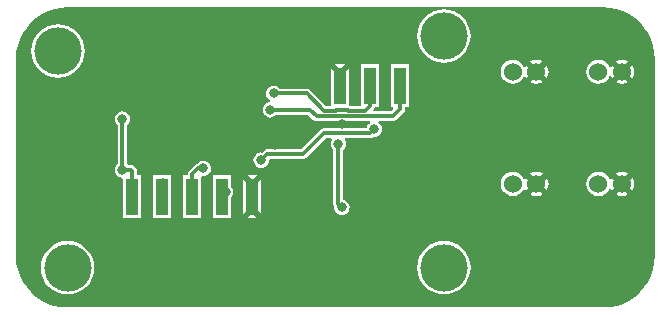
<source format=gbl>
G04 Layer_Physical_Order=2*
G04 Layer_Color=16711680*
%FSLAX25Y25*%
%MOIN*%
G70*
G01*
G75*
%ADD27C,0.01181*%
%ADD33C,0.06000*%
%ADD34C,0.15748*%
%ADD35C,0.03150*%
%ADD36C,0.02362*%
%ADD37R,0.04016X0.12480*%
G36*
X180783Y86641D02*
X182989Y86202D01*
X185120Y85479D01*
X187138Y84483D01*
X189009Y83233D01*
X190701Y81750D01*
X192184Y80058D01*
X193434Y78187D01*
X194429Y76169D01*
X195153Y74039D01*
X195592Y71832D01*
X195735Y69640D01*
X195725Y69587D01*
Y3937D01*
X195735Y3884D01*
X195592Y1692D01*
X195153Y-515D01*
X194429Y-2646D01*
X193434Y-4664D01*
X192184Y-6535D01*
X190701Y-8226D01*
X189009Y-9710D01*
X187138Y-10960D01*
X185120Y-11955D01*
X182989Y-12678D01*
X180783Y-13117D01*
X178591Y-13261D01*
X178537Y-13250D01*
X0D01*
X-53Y-13261D01*
X-2245Y-13117D01*
X-4452Y-12678D01*
X-6583Y-11955D01*
X-8601Y-10960D01*
X-10472Y-9710D01*
X-12163Y-8226D01*
X-13647Y-6535D01*
X-14897Y-4664D01*
X-15892Y-2646D01*
X-16615Y-515D01*
X-17054Y1692D01*
X-17198Y3884D01*
X-17187Y3937D01*
Y69587D01*
X-17198Y69640D01*
X-17054Y71832D01*
X-16615Y74039D01*
X-15892Y76169D01*
X-14897Y78187D01*
X-13647Y80058D01*
X-12163Y81750D01*
X-10472Y83233D01*
X-8601Y84483D01*
X-6583Y85479D01*
X-4452Y86202D01*
X-2245Y86641D01*
X-53Y86785D01*
X0Y86774D01*
X178537D01*
X178591Y86785D01*
X180783Y86641D01*
D02*
G37*
%LPC*%
G36*
X148425Y31987D02*
X147381Y31850D01*
X146408Y31447D01*
X145572Y30806D01*
X144931Y29970D01*
X144528Y28997D01*
X144391Y27953D01*
X144528Y26908D01*
X144931Y25936D01*
X145572Y25100D01*
X146408Y24459D01*
X147381Y24056D01*
X148425Y23918D01*
X149469Y24056D01*
X150443Y24459D01*
X151278Y25100D01*
X151919Y25936D01*
X152092Y26352D01*
X152633D01*
X152805Y25936D01*
X152832Y25900D01*
X154885Y27953D01*
X152832Y30005D01*
X152805Y29970D01*
X152633Y29554D01*
X152092D01*
X151919Y29970D01*
X151278Y30806D01*
X150443Y31447D01*
X149469Y31850D01*
X148425Y31987D01*
D02*
G37*
G36*
X184843Y26539D02*
X182790Y24486D01*
X182825Y24459D01*
X183798Y24056D01*
X184843Y23918D01*
X185887Y24056D01*
X186860Y24459D01*
X186895Y24486D01*
X184843Y26539D01*
D02*
G37*
G36*
X156299D02*
X154247Y24486D01*
X154282Y24459D01*
X155255Y24056D01*
X156299Y23918D01*
X157343Y24056D01*
X158317Y24459D01*
X158352Y24486D01*
X156299Y26539D01*
D02*
G37*
G36*
X176969Y31987D02*
X175924Y31850D01*
X174951Y31447D01*
X174116Y30806D01*
X173475Y29970D01*
X173072Y28997D01*
X172934Y27953D01*
X173072Y26908D01*
X173475Y25936D01*
X174116Y25100D01*
X174951Y24459D01*
X175924Y24056D01*
X176969Y23918D01*
X178013Y24056D01*
X178986Y24459D01*
X179821Y25100D01*
X180463Y25936D01*
X180635Y26352D01*
X181176D01*
X181349Y25936D01*
X181376Y25900D01*
X183428Y27953D01*
X181376Y30005D01*
X181349Y29970D01*
X181176Y29554D01*
X180635D01*
X180463Y29970D01*
X179821Y30806D01*
X178986Y31447D01*
X178013Y31850D01*
X176969Y31987D01*
D02*
G37*
G36*
X156299D02*
X155255Y31850D01*
X154282Y31447D01*
X154247Y31420D01*
X156299Y29367D01*
X158352Y31420D01*
X158317Y31447D01*
X157343Y31850D01*
X156299Y31987D01*
D02*
G37*
G36*
X188309Y30005D02*
X186257Y27953D01*
X188309Y25900D01*
X188337Y25936D01*
X188740Y26908D01*
X188877Y27953D01*
X188740Y28997D01*
X188337Y29970D01*
X188309Y30005D01*
D02*
G37*
G36*
X159766D02*
X157713Y27953D01*
X159766Y25900D01*
X159793Y25936D01*
X160196Y26908D01*
X160334Y27953D01*
X160196Y28997D01*
X159793Y29970D01*
X159766Y30005D01*
D02*
G37*
G36*
X18307Y52105D02*
X17635Y52016D01*
X17009Y51757D01*
X16471Y51344D01*
X16058Y50806D01*
X15799Y50180D01*
X15710Y49508D01*
X15799Y48836D01*
X16058Y48209D01*
X16471Y47671D01*
X16685Y47507D01*
Y34580D01*
X16471Y34415D01*
X16058Y33877D01*
X15799Y33251D01*
X15710Y32579D01*
X15799Y31907D01*
X16058Y31280D01*
X16471Y30742D01*
X17009Y30330D01*
X17635Y30070D01*
X18307Y29982D01*
X18626Y29702D01*
Y16480D01*
X24642D01*
Y30961D01*
X23256D01*
Y32205D01*
X23132Y32825D01*
X22781Y33351D01*
X22407Y33726D01*
X21880Y34077D01*
X21260Y34201D01*
X20308D01*
X20143Y34415D01*
X19929Y34580D01*
Y47507D01*
X20143Y47671D01*
X20556Y48209D01*
X20816Y48836D01*
X20904Y49508D01*
X20816Y50180D01*
X20556Y50806D01*
X20143Y51344D01*
X19606Y51757D01*
X18979Y52016D01*
X18307Y52105D01*
D02*
G37*
G36*
X125394Y8917D02*
X123654Y8746D01*
X121981Y8238D01*
X120440Y7414D01*
X119088Y6305D01*
X117980Y4954D01*
X117156Y3412D01*
X116648Y1740D01*
X116477Y0D01*
X116648Y-1740D01*
X117156Y-3412D01*
X117980Y-4954D01*
X119088Y-6305D01*
X120440Y-7414D01*
X121981Y-8238D01*
X123654Y-8746D01*
X125394Y-8917D01*
X127133Y-8746D01*
X128806Y-8238D01*
X130348Y-7414D01*
X131699Y-6305D01*
X132808Y-4954D01*
X133632Y-3412D01*
X134139Y-1740D01*
X134311Y0D01*
X134139Y1740D01*
X133632Y3412D01*
X132808Y4954D01*
X131699Y6305D01*
X130348Y7414D01*
X128806Y8238D01*
X127133Y8746D01*
X125394Y8917D01*
D02*
G37*
G36*
X0D02*
X-1740Y8746D01*
X-3412Y8238D01*
X-4954Y7414D01*
X-6305Y6305D01*
X-7414Y4954D01*
X-8238Y3412D01*
X-8746Y1740D01*
X-8917Y0D01*
X-8746Y-1740D01*
X-8238Y-3412D01*
X-7414Y-4954D01*
X-6305Y-6305D01*
X-4954Y-7414D01*
X-3412Y-8238D01*
X-1740Y-8746D01*
X0Y-8917D01*
X1740Y-8746D01*
X3412Y-8238D01*
X4954Y-7414D01*
X6305Y-6305D01*
X7414Y-4954D01*
X8238Y-3412D01*
X8746Y-1740D01*
X8917Y0D01*
X8746Y1740D01*
X8238Y3412D01*
X7414Y4954D01*
X6305Y6305D01*
X4954Y7414D01*
X3412Y8238D01*
X1740Y8746D01*
X0Y8917D01*
D02*
G37*
G36*
X34642Y30961D02*
X28626D01*
Y16480D01*
X34642D01*
Y30961D01*
D02*
G37*
G36*
X58626Y29546D02*
Y17895D01*
X60927Y20195D01*
X61634Y19488D01*
X62341Y20195D01*
X64642Y17895D01*
Y29546D01*
X62341Y27246D01*
X61634Y27953D01*
X60927Y27246D01*
X58626Y29546D01*
D02*
G37*
G36*
X61634Y18074D02*
X60040Y16480D01*
X63227D01*
X61634Y18074D01*
D02*
G37*
G36*
X54642Y30961D02*
X48626D01*
Y16480D01*
X54642D01*
Y23553D01*
X54907Y23898D01*
X55166Y24525D01*
X55255Y25197D01*
X55166Y25869D01*
X54907Y26495D01*
X54642Y26840D01*
Y30961D01*
D02*
G37*
G36*
X184843Y31987D02*
X183798Y31850D01*
X182825Y31447D01*
X182790Y31420D01*
X184843Y29367D01*
X186895Y31420D01*
X186860Y31447D01*
X185887Y31850D01*
X184843Y31987D01*
D02*
G37*
G36*
X-3248Y81161D02*
X-4988Y80990D01*
X-6660Y80482D01*
X-8202Y79658D01*
X-9553Y78549D01*
X-10662Y77198D01*
X-11486Y75656D01*
X-11994Y73984D01*
X-12165Y72244D01*
X-11994Y70504D01*
X-11486Y68832D01*
X-10662Y67290D01*
X-9553Y65939D01*
X-8202Y64830D01*
X-6660Y64006D01*
X-4988Y63499D01*
X-3248Y63327D01*
X-1508Y63499D01*
X164Y64006D01*
X1706Y64830D01*
X3057Y65939D01*
X4166Y67290D01*
X4990Y68832D01*
X5498Y70504D01*
X5669Y72244D01*
X5498Y73984D01*
X4990Y75656D01*
X4166Y77198D01*
X3057Y78549D01*
X1706Y79658D01*
X164Y80482D01*
X-1508Y80990D01*
X-3248Y81161D01*
D02*
G37*
G36*
X188309Y67407D02*
X186257Y65354D01*
X188309Y63302D01*
X188337Y63337D01*
X188740Y64310D01*
X188877Y65354D01*
X188740Y66399D01*
X188337Y67372D01*
X188309Y67407D01*
D02*
G37*
G36*
X159766D02*
X157713Y65354D01*
X159766Y63302D01*
X159793Y63337D01*
X160196Y64310D01*
X160334Y65354D01*
X160196Y66399D01*
X159793Y67372D01*
X159766Y67407D01*
D02*
G37*
G36*
X92479Y67968D02*
X89292D01*
X90886Y66375D01*
X92479Y67968D01*
D02*
G37*
G36*
X125394Y86082D02*
X123654Y85911D01*
X121981Y85404D01*
X120440Y84579D01*
X119088Y83471D01*
X117980Y82119D01*
X117156Y80578D01*
X116648Y78905D01*
X116477Y77165D01*
X116648Y75426D01*
X117156Y73753D01*
X117980Y72211D01*
X119088Y70860D01*
X120440Y69751D01*
X121981Y68927D01*
X123654Y68420D01*
X125394Y68248D01*
X127133Y68420D01*
X128806Y68927D01*
X130348Y69751D01*
X131699Y70860D01*
X132808Y72211D01*
X133632Y73753D01*
X134139Y75426D01*
X134311Y77165D01*
X134139Y78905D01*
X133632Y80578D01*
X132808Y82119D01*
X131699Y83471D01*
X130348Y84579D01*
X128806Y85404D01*
X127133Y85911D01*
X125394Y86082D01*
D02*
G37*
G36*
X184843Y69389D02*
X183798Y69251D01*
X182825Y68848D01*
X182790Y68821D01*
X184843Y66769D01*
X186895Y68821D01*
X186860Y68848D01*
X185887Y69251D01*
X184843Y69389D01*
D02*
G37*
G36*
X156299D02*
X155255Y69251D01*
X154282Y68848D01*
X154247Y68821D01*
X156299Y66769D01*
X158352Y68821D01*
X158317Y68848D01*
X157343Y69251D01*
X156299Y69389D01*
D02*
G37*
G36*
X113894Y67968D02*
X107878D01*
Y53488D01*
X108415D01*
X108607Y53026D01*
X107683Y52103D01*
X101900D01*
X101709Y52565D01*
X102033Y52889D01*
X102384Y53415D01*
X102399Y53488D01*
X103894D01*
Y67968D01*
X97878D01*
Y53984D01*
X94009D01*
X93894Y54007D01*
Y66554D01*
X91593Y64253D01*
X90886Y64961D01*
X90179Y64253D01*
X87878Y66554D01*
Y53984D01*
X86105D01*
X80871Y59218D01*
X80345Y59569D01*
X79724Y59693D01*
X70702D01*
X70537Y59907D01*
X69999Y60320D01*
X69373Y60579D01*
X68701Y60668D01*
X68029Y60579D01*
X67402Y60320D01*
X66864Y59907D01*
X66452Y59369D01*
X66192Y58743D01*
X66104Y58071D01*
X66192Y57399D01*
X66452Y56772D01*
X66864Y56235D01*
X67402Y55822D01*
X67616Y55733D01*
X67502Y55239D01*
X66946Y55166D01*
X66320Y54907D01*
X65782Y54494D01*
X65369Y53956D01*
X65110Y53330D01*
X65021Y52658D01*
X65110Y51985D01*
X65369Y51359D01*
X65782Y50821D01*
X66320Y50408D01*
X66946Y50149D01*
X67618Y50060D01*
X68290Y50149D01*
X68917Y50408D01*
X69454Y50821D01*
X69619Y51036D01*
X80234D01*
X81935Y49334D01*
X82461Y48983D01*
X83082Y48859D01*
X90130D01*
X90735Y48980D01*
X92139D01*
X92744Y48859D01*
X100662D01*
X100779Y48603D01*
X100800Y48359D01*
X100329Y47998D01*
X99916Y47460D01*
X99657Y46834D01*
X99600Y46405D01*
X85335D01*
X84714Y46282D01*
X84188Y45930D01*
X77675Y39417D01*
X66535D01*
X65915Y39294D01*
X65389Y38942D01*
X64835Y38388D01*
X64567Y38424D01*
X63895Y38335D01*
X63268Y38076D01*
X62731Y37663D01*
X62318Y37125D01*
X62058Y36499D01*
X61970Y35827D01*
X62058Y35155D01*
X62318Y34528D01*
X62731Y33990D01*
X63268Y33578D01*
X63895Y33318D01*
X64567Y33230D01*
X65239Y33318D01*
X65865Y33578D01*
X66403Y33990D01*
X66816Y34528D01*
X67076Y35155D01*
X67164Y35827D01*
X67617Y36174D01*
X78347D01*
X78967Y36297D01*
X79493Y36649D01*
X86006Y43162D01*
X87930D01*
X88177Y42662D01*
X88007Y42440D01*
X87747Y41814D01*
X87659Y41142D01*
X87747Y40470D01*
X88007Y39843D01*
X88420Y39305D01*
X88634Y39141D01*
Y21260D01*
X88758Y20639D01*
X88888Y20444D01*
X88840Y20079D01*
X88929Y19407D01*
X89188Y18780D01*
X89601Y18242D01*
X90139Y17830D01*
X90765Y17570D01*
X91437Y17482D01*
X92109Y17570D01*
X92735Y17830D01*
X93273Y18242D01*
X93686Y18780D01*
X93945Y19407D01*
X94034Y20079D01*
X93945Y20751D01*
X93686Y21377D01*
X93273Y21915D01*
X92735Y22328D01*
X92109Y22587D01*
X91878Y22618D01*
Y39141D01*
X92092Y39305D01*
X92505Y39843D01*
X92764Y40470D01*
X92853Y41142D01*
X92764Y41814D01*
X92505Y42440D01*
X92335Y42662D01*
X92582Y43162D01*
X100787D01*
X101408Y43285D01*
X101882Y43602D01*
X102165Y43564D01*
X102838Y43653D01*
X103464Y43912D01*
X104002Y44325D01*
X104414Y44863D01*
X104674Y45489D01*
X104762Y46161D01*
X104674Y46834D01*
X104414Y47460D01*
X104002Y47998D01*
X103531Y48359D01*
X103551Y48603D01*
X103668Y48859D01*
X108355D01*
X108976Y48983D01*
X109502Y49334D01*
X112032Y51865D01*
X112384Y52391D01*
X112507Y53012D01*
Y53488D01*
X113894D01*
Y67968D01*
D02*
G37*
G36*
X45177Y35668D02*
X44505Y35579D01*
X43879Y35320D01*
X43341Y34907D01*
X43117Y34616D01*
X42883Y34569D01*
X42357Y34218D01*
X40487Y32348D01*
X40136Y31821D01*
X40012Y31201D01*
Y30961D01*
X38626D01*
Y16480D01*
X44642D01*
Y30165D01*
X45018Y30495D01*
X45177Y30474D01*
X45849Y30562D01*
X46476Y30822D01*
X47014Y31234D01*
X47426Y31772D01*
X47686Y32399D01*
X47774Y33071D01*
X47686Y33743D01*
X47426Y34369D01*
X47014Y34907D01*
X46476Y35320D01*
X45849Y35579D01*
X45177Y35668D01*
D02*
G37*
G36*
X63227Y30961D02*
X60040D01*
X61634Y29367D01*
X63227Y30961D01*
D02*
G37*
G36*
X156299Y63940D02*
X154247Y61888D01*
X154282Y61860D01*
X155255Y61457D01*
X156299Y61320D01*
X157343Y61457D01*
X158317Y61860D01*
X158352Y61888D01*
X156299Y63940D01*
D02*
G37*
G36*
X176969Y69389D02*
X175924Y69251D01*
X174951Y68848D01*
X174116Y68207D01*
X173475Y67372D01*
X173072Y66399D01*
X172934Y65354D01*
X173072Y64310D01*
X173475Y63337D01*
X174116Y62502D01*
X174951Y61860D01*
X175924Y61457D01*
X176969Y61320D01*
X178013Y61457D01*
X178986Y61860D01*
X179821Y62502D01*
X180463Y63337D01*
X180635Y63753D01*
X181176D01*
X181349Y63337D01*
X181376Y63302D01*
X183428Y65354D01*
X181376Y67407D01*
X181349Y67372D01*
X181176Y66955D01*
X180635D01*
X180463Y67372D01*
X179821Y68207D01*
X178986Y68848D01*
X178013Y69251D01*
X176969Y69389D01*
D02*
G37*
G36*
X148425D02*
X147381Y69251D01*
X146408Y68848D01*
X145572Y68207D01*
X144931Y67372D01*
X144528Y66399D01*
X144391Y65354D01*
X144528Y64310D01*
X144931Y63337D01*
X145572Y62502D01*
X146408Y61860D01*
X147381Y61457D01*
X148425Y61320D01*
X149469Y61457D01*
X150443Y61860D01*
X151278Y62502D01*
X151919Y63337D01*
X152092Y63753D01*
X152633D01*
X152805Y63337D01*
X152832Y63302D01*
X154885Y65354D01*
X152832Y67407D01*
X152805Y67372D01*
X152633Y66955D01*
X152092D01*
X151919Y67372D01*
X151278Y68207D01*
X150443Y68848D01*
X149469Y69251D01*
X148425Y69389D01*
D02*
G37*
G36*
X184843Y63940D02*
X182790Y61888D01*
X182825Y61860D01*
X183798Y61457D01*
X184843Y61320D01*
X185887Y61457D01*
X186860Y61860D01*
X186895Y61888D01*
X184843Y63940D01*
D02*
G37*
%LPD*%
D27*
X100787Y44783D02*
X102165Y46161D01*
X85335Y44783D02*
X100787D01*
X90256Y21260D02*
X91437Y20079D01*
X90256Y21260D02*
Y41142D01*
X108355Y50481D02*
X110886Y53012D01*
X99213Y52362D02*
X100886Y54035D01*
Y60728D01*
X110886Y53012D02*
Y60728D01*
X18307Y32579D02*
Y49508D01*
Y32579D02*
X21260D01*
X21634Y32205D01*
Y23720D02*
Y32205D01*
X41634Y23720D02*
Y31201D01*
X43504Y33071D01*
X45177D01*
X31634Y23720D02*
X31890Y23976D01*
X51870Y25689D02*
X52362Y25197D01*
X52658D01*
X68701Y58071D02*
X79724D01*
X85433Y52362D01*
X83082Y50481D02*
X90130D01*
X90250Y50602D01*
X92624D01*
X92744Y50481D01*
X108355D01*
X85433Y52362D02*
X89350D01*
X89471Y52483D01*
X93403D01*
X93524Y52362D01*
X99213D01*
X80905Y52658D02*
X83082Y50481D01*
X67618Y52658D02*
X80905D01*
X64567Y35827D02*
X66535Y37795D01*
X78347D01*
X85335Y44783D01*
D33*
X156299Y27953D02*
D03*
X148425D02*
D03*
X184843D02*
D03*
X176969D02*
D03*
X184843Y65354D02*
D03*
X176969D02*
D03*
X156299D02*
D03*
X148425D02*
D03*
D34*
X-3248Y72244D02*
D03*
X0Y0D02*
D03*
X125394D02*
D03*
Y77165D02*
D03*
D35*
X91437Y47736D02*
D03*
X122343Y22933D02*
D03*
X91437Y20079D02*
D03*
X90256Y41142D02*
D03*
X-1579Y59843D02*
D03*
X4169Y31323D02*
D03*
X69208Y40966D02*
D03*
X29921Y33661D02*
D03*
X165256Y41240D02*
D03*
X188878Y76673D02*
D03*
X182972Y-6004D02*
D03*
X177067Y76673D02*
D03*
X171161Y-6004D02*
D03*
X165256Y76673D02*
D03*
Y29429D02*
D03*
X159350Y-6004D02*
D03*
X153445Y76673D02*
D03*
X147539Y-6004D02*
D03*
X141634Y76673D02*
D03*
X135728Y41240D02*
D03*
X112106Y-6004D02*
D03*
X100295D02*
D03*
X88484D02*
D03*
X76673D02*
D03*
X70767Y5807D02*
D03*
X64862Y-6004D02*
D03*
X58956Y5807D02*
D03*
X53051Y-6004D02*
D03*
X47146Y5807D02*
D03*
X41240Y-6004D02*
D03*
X35335Y5807D02*
D03*
X29429Y-6004D02*
D03*
X23524Y76673D02*
D03*
Y5807D02*
D03*
X17618Y-6004D02*
D03*
X11712Y76673D02*
D03*
Y5807D02*
D03*
X-6004Y17618D02*
D03*
X50317Y35659D02*
D03*
X18307Y32579D02*
D03*
Y49508D02*
D03*
X102165Y46161D02*
D03*
X64567Y35827D02*
D03*
X45177Y33071D02*
D03*
X31890Y28346D02*
D03*
X122524Y37402D02*
D03*
X84055Y61910D02*
D03*
X71949Y28346D02*
D03*
X9350Y52756D02*
D03*
X68335Y74606D02*
D03*
X52658Y25197D02*
D03*
X68701Y58071D02*
D03*
X67618Y52658D02*
D03*
X112992Y75689D02*
D03*
X99852Y15256D02*
D03*
X60532Y48228D02*
D03*
X23917Y54494D02*
D03*
X165256Y11713D02*
D03*
X139370Y16831D02*
D03*
X35827Y70706D02*
D03*
D36*
X46654Y45472D02*
D03*
X33268D02*
D03*
X47638Y55570D02*
D03*
X42126Y37795D02*
D03*
D37*
X90886Y60728D02*
D03*
X100886D02*
D03*
X110886D02*
D03*
X21634Y23720D02*
D03*
X31634D02*
D03*
X41634D02*
D03*
X61634D02*
D03*
X51634D02*
D03*
M02*

</source>
